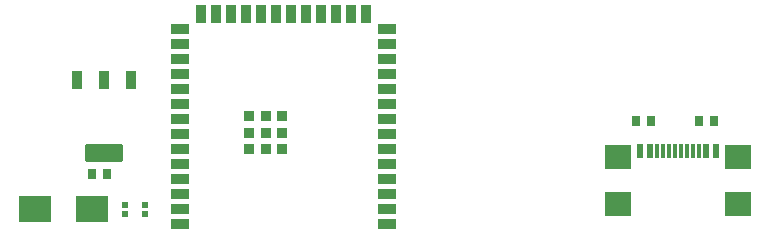
<source format=gbp>
G04*
G04 #@! TF.GenerationSoftware,Altium Limited,Altium Designer,24.3.1 (35)*
G04*
G04 Layer_Color=128*
%FSLAX25Y25*%
%MOIN*%
G70*
G04*
G04 #@! TF.SameCoordinates,990AA879-4203-459C-8826-AB23A681A769*
G04*
G04*
G04 #@! TF.FilePolarity,Positive*
G04*
G01*
G75*
%ADD13R,0.05906X0.03543*%
%ADD33R,0.03150X0.03740*%
%ADD34R,0.01860X0.02029*%
%ADD35R,0.11024X0.08661*%
%ADD36R,0.02894X0.03394*%
G04:AMPARAMS|DCode=37|XSize=124.02mil|YSize=57.09mil|CornerRadius=2mil|HoleSize=0mil|Usage=FLASHONLY|Rotation=180.000|XOffset=0mil|YOffset=0mil|HoleType=Round|Shape=RoundedRectangle|*
%AMROUNDEDRECTD37*
21,1,0.12402,0.05309,0,0,180.0*
21,1,0.12002,0.05709,0,0,180.0*
1,1,0.00400,-0.06001,0.02655*
1,1,0.00400,0.06001,0.02655*
1,1,0.00400,0.06001,-0.02655*
1,1,0.00400,-0.06001,-0.02655*
%
%ADD37ROUNDEDRECTD37*%
G04:AMPARAMS|DCode=38|XSize=35.43mil|YSize=57.09mil|CornerRadius=1.95mil|HoleSize=0mil|Usage=FLASHONLY|Rotation=180.000|XOffset=0mil|YOffset=0mil|HoleType=Round|Shape=RoundedRectangle|*
%AMROUNDEDRECTD38*
21,1,0.03543,0.05319,0,0,180.0*
21,1,0.03154,0.05709,0,0,180.0*
1,1,0.00390,-0.01577,0.02659*
1,1,0.00390,0.01577,0.02659*
1,1,0.00390,0.01577,-0.02659*
1,1,0.00390,-0.01577,-0.02659*
%
%ADD38ROUNDEDRECTD38*%
%ADD39R,0.03543X0.03543*%
%ADD40R,0.03543X0.05906*%
%ADD41R,0.01181X0.04528*%
%ADD42R,0.02362X0.04528*%
%ADD43R,0.08583X0.07874*%
D13*
X358500Y5500D02*
D03*
Y10500D02*
D03*
Y15500D02*
D03*
Y20500D02*
D03*
Y25500D02*
D03*
Y30500D02*
D03*
Y35500D02*
D03*
Y40500D02*
D03*
Y45500D02*
D03*
Y50500D02*
D03*
Y55500D02*
D03*
Y60500D02*
D03*
Y65500D02*
D03*
Y70500D02*
D03*
X427398D02*
D03*
Y65500D02*
D03*
Y60500D02*
D03*
Y55500D02*
D03*
Y50500D02*
D03*
Y45500D02*
D03*
Y40500D02*
D03*
Y35500D02*
D03*
Y30500D02*
D03*
Y25500D02*
D03*
Y20500D02*
D03*
Y15500D02*
D03*
Y10500D02*
D03*
Y5500D02*
D03*
D33*
X334059Y22320D02*
D03*
X328941D02*
D03*
D34*
X340104Y9010D02*
D03*
Y11990D02*
D03*
X346708Y9010D02*
D03*
Y11990D02*
D03*
D35*
X328949Y10500D02*
D03*
X310051D02*
D03*
D36*
X531577Y39879D02*
D03*
X536423D02*
D03*
X515423Y40000D02*
D03*
X510577D02*
D03*
D37*
X333000Y29219D02*
D03*
D38*
X342055Y53431D02*
D03*
X333000D02*
D03*
X323945D02*
D03*
D39*
X387043Y35894D02*
D03*
X381532D02*
D03*
X392555D02*
D03*
X381532Y41405D02*
D03*
X387043D02*
D03*
X392555D02*
D03*
X381532Y30382D02*
D03*
X387043D02*
D03*
X392555D02*
D03*
D40*
X365449Y75421D02*
D03*
X370449D02*
D03*
X375449D02*
D03*
X380449D02*
D03*
X385449D02*
D03*
X390449D02*
D03*
X395449D02*
D03*
X400449D02*
D03*
X405449D02*
D03*
X410449D02*
D03*
X415449D02*
D03*
X420449D02*
D03*
D41*
X517520Y29988D02*
D03*
X519488D02*
D03*
X521457D02*
D03*
X523425D02*
D03*
X525394D02*
D03*
X527362D02*
D03*
X529331D02*
D03*
X531299D02*
D03*
D42*
X514961D02*
D03*
X533858D02*
D03*
X511811D02*
D03*
X537008D02*
D03*
D43*
X504291Y27724D02*
D03*
X544528D02*
D03*
X504291Y12252D02*
D03*
X544528D02*
D03*
M02*

</source>
